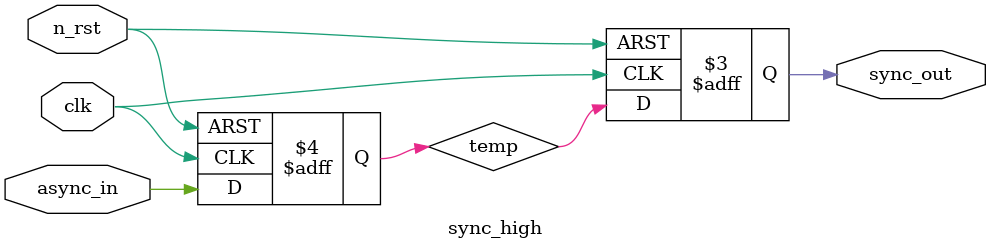
<source format=sv>

module sync_high
  (
   input wire clk,
   input wire n_rst,
   input wire async_in,
   output reg sync_out
   );
   
  reg temp;

   always_ff @ (posedge clk, negedge n_rst) begin
      if(1'b0 == n_rst) begin
	 temp <= 1;
	 sync_out <= 1;
      end
      else begin
	 temp <= async_in;
	 sync_out <= temp;
      end
   end

endmodule

</source>
